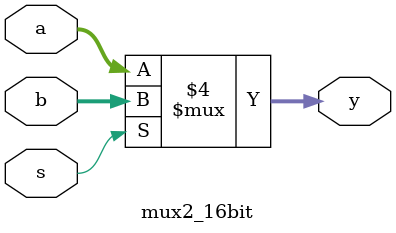
<source format=v>
module mux2_16bit(a, b, s, y);

	// input ports & output port
	input [15:0] a, b;
	input s;
	output reg [15:0] y;
	
	always @ (*) begin
		if(s == 1'b0) y <= a;
		else y <= b;
	end
	
endmodule

</source>
